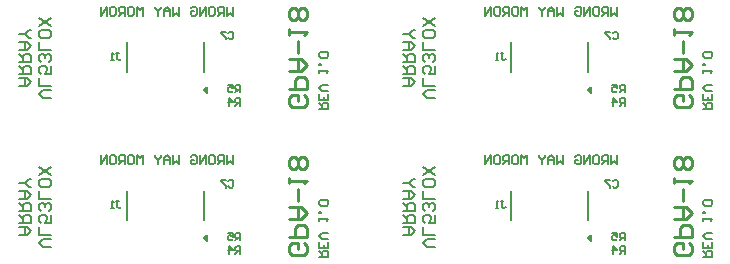
<source format=gbo>
G04 Layer_Color=32896*
%FSAX24Y24*%
%MOIN*%
G70*
G01*
G75*
%ADD21C,0.0100*%
%ADD22C,0.0080*%
%ADD34C,0.0079*%
%ADD35C,0.0050*%
D21*
X023539Y013695D02*
X023639Y013595D01*
Y013395D01*
X023539Y013295D01*
X023139D01*
X023039Y013395D01*
Y013595D01*
X023139Y013695D01*
X023339D01*
Y013495D01*
X023039Y013895D02*
X023639D01*
Y014195D01*
X023539Y014295D01*
X023339D01*
X023239Y014195D01*
Y013895D01*
X023039Y014495D02*
X023439D01*
X023639Y014695D01*
X023439Y014895D01*
X023039D01*
X023339D01*
Y014495D01*
Y015095D02*
Y015495D01*
X023039Y015695D02*
Y015894D01*
Y015794D01*
X023639D01*
X023539Y015695D01*
Y016194D02*
X023639Y016294D01*
Y016494D01*
X023539Y016594D01*
X023439D01*
X023339Y016494D01*
X023239Y016594D01*
X023139D01*
X023039Y016494D01*
Y016294D01*
X023139Y016194D01*
X023239D01*
X023339Y016294D01*
X023439Y016194D01*
X023539D01*
X023339Y016294D02*
Y016494D01*
X036350Y013695D02*
X036450Y013595D01*
Y013395D01*
X036350Y013295D01*
X035950D01*
X035850Y013395D01*
Y013595D01*
X035950Y013695D01*
X036150D01*
Y013495D01*
X035850Y013895D02*
X036450D01*
Y014195D01*
X036350Y014295D01*
X036150D01*
X036050Y014195D01*
Y013895D01*
X035850Y014495D02*
X036250D01*
X036450Y014695D01*
X036250Y014895D01*
X035850D01*
X036150D01*
Y014495D01*
Y015095D02*
Y015495D01*
X035850Y015695D02*
Y015894D01*
Y015794D01*
X036450D01*
X036350Y015695D01*
Y016194D02*
X036450Y016294D01*
Y016494D01*
X036350Y016594D01*
X036250D01*
X036150Y016494D01*
X036050Y016594D01*
X035950D01*
X035850Y016494D01*
Y016294D01*
X035950Y016194D01*
X036050D01*
X036150Y016294D01*
X036250Y016194D01*
X036350D01*
X036150Y016294D02*
Y016494D01*
X023539Y018632D02*
X023639Y018532D01*
Y018332D01*
X023539Y018232D01*
X023139D01*
X023039Y018332D01*
Y018532D01*
X023139Y018632D01*
X023339D01*
Y018432D01*
X023039Y018832D02*
X023639D01*
Y019132D01*
X023539Y019232D01*
X023339D01*
X023239Y019132D01*
Y018832D01*
X023039Y019432D02*
X023439D01*
X023639Y019632D01*
X023439Y019832D01*
X023039D01*
X023339D01*
Y019432D01*
Y020032D02*
Y020432D01*
X023039Y020632D02*
Y020831D01*
Y020731D01*
X023639D01*
X023539Y020632D01*
Y021131D02*
X023639Y021231D01*
Y021431D01*
X023539Y021531D01*
X023439D01*
X023339Y021431D01*
X023239Y021531D01*
X023139D01*
X023039Y021431D01*
Y021231D01*
X023139Y021131D01*
X023239D01*
X023339Y021231D01*
X023439Y021131D01*
X023539D01*
X023339Y021231D02*
Y021431D01*
X036350Y018632D02*
X036450Y018532D01*
Y018332D01*
X036350Y018232D01*
X035950D01*
X035850Y018332D01*
Y018532D01*
X035950Y018632D01*
X036150D01*
Y018432D01*
X035850Y018832D02*
X036450D01*
Y019132D01*
X036350Y019232D01*
X036150D01*
X036050Y019132D01*
Y018832D01*
X035850Y019432D02*
X036250D01*
X036450Y019632D01*
X036250Y019832D01*
X035850D01*
X036150D01*
Y019432D01*
Y020032D02*
Y020432D01*
X035850Y020632D02*
Y020831D01*
Y020731D01*
X036450D01*
X036350Y020632D01*
Y021131D02*
X036450Y021231D01*
Y021431D01*
X036350Y021531D01*
X036250D01*
X036150Y021431D01*
X036050Y021531D01*
X035950D01*
X035850Y021431D01*
Y021231D01*
X035950Y021131D01*
X036050D01*
X036150Y021231D01*
X036250Y021131D01*
X036350D01*
X036150Y021231D02*
Y021431D01*
D22*
X015082Y013592D02*
X014815D01*
X014682Y013725D01*
X014815Y013859D01*
X015082D01*
Y013992D02*
X014682D01*
Y014259D01*
X015082Y014658D02*
Y014392D01*
X014882D01*
X014948Y014525D01*
Y014592D01*
X014882Y014658D01*
X014748D01*
X014682Y014592D01*
Y014459D01*
X014748Y014392D01*
X015015Y014792D02*
X015082Y014858D01*
Y014992D01*
X015015Y015058D01*
X014948D01*
X014882Y014992D01*
Y014925D01*
Y014992D01*
X014815Y015058D01*
X014748D01*
X014682Y014992D01*
Y014858D01*
X014748Y014792D01*
X015082Y015192D02*
X014682D01*
Y015458D01*
X015015Y015591D02*
X015082Y015658D01*
Y015791D01*
X015015Y015858D01*
X014748D01*
X014682Y015791D01*
Y015658D01*
X014748Y015591D01*
X015015D01*
X015082Y015991D02*
X014682Y016258D01*
X015082D02*
X014682Y015991D01*
X014010Y013992D02*
X014276D01*
X014410Y014125D01*
X014276Y014259D01*
X014010D01*
X014210D01*
Y013992D01*
X014010Y014392D02*
X014410D01*
Y014592D01*
X014343Y014658D01*
X014210D01*
X014143Y014592D01*
Y014392D01*
Y014525D02*
X014010Y014658D01*
Y014792D02*
X014410D01*
Y014992D01*
X014343Y015058D01*
X014210D01*
X014143Y014992D01*
Y014792D01*
Y014925D02*
X014010Y015058D01*
Y015192D02*
X014276D01*
X014410Y015325D01*
X014276Y015458D01*
X014010D01*
X014210D01*
Y015192D01*
X014410Y015591D02*
X014343D01*
X014210Y015725D01*
X014343Y015858D01*
X014410D01*
X014210Y015725D02*
X014010D01*
X027893Y013592D02*
X027626D01*
X027493Y013725D01*
X027626Y013859D01*
X027893D01*
Y013992D02*
X027493D01*
Y014259D01*
X027893Y014658D02*
Y014392D01*
X027693D01*
X027759Y014525D01*
Y014592D01*
X027693Y014658D01*
X027559D01*
X027493Y014592D01*
Y014459D01*
X027559Y014392D01*
X027826Y014792D02*
X027893Y014858D01*
Y014992D01*
X027826Y015058D01*
X027759D01*
X027693Y014992D01*
Y014925D01*
Y014992D01*
X027626Y015058D01*
X027559D01*
X027493Y014992D01*
Y014858D01*
X027559Y014792D01*
X027893Y015192D02*
X027493D01*
Y015458D01*
X027826Y015591D02*
X027893Y015658D01*
Y015791D01*
X027826Y015858D01*
X027559D01*
X027493Y015791D01*
Y015658D01*
X027559Y015591D01*
X027826D01*
X027893Y015991D02*
X027493Y016258D01*
X027893D02*
X027493Y015991D01*
X026821Y013992D02*
X027087D01*
X027221Y014125D01*
X027087Y014259D01*
X026821D01*
X027021D01*
Y013992D01*
X026821Y014392D02*
X027221D01*
Y014592D01*
X027154Y014658D01*
X027021D01*
X026954Y014592D01*
Y014392D01*
Y014525D02*
X026821Y014658D01*
Y014792D02*
X027221D01*
Y014992D01*
X027154Y015058D01*
X027021D01*
X026954Y014992D01*
Y014792D01*
Y014925D02*
X026821Y015058D01*
Y015192D02*
X027087D01*
X027221Y015325D01*
X027087Y015458D01*
X026821D01*
X027021D01*
Y015192D01*
X027221Y015591D02*
X027154D01*
X027021Y015725D01*
X027154Y015858D01*
X027221D01*
X027021Y015725D02*
X026821D01*
X015082Y018529D02*
X014815D01*
X014682Y018662D01*
X014815Y018796D01*
X015082D01*
Y018929D02*
X014682D01*
Y019196D01*
X015082Y019595D02*
Y019329D01*
X014882D01*
X014948Y019462D01*
Y019529D01*
X014882Y019595D01*
X014748D01*
X014682Y019529D01*
Y019396D01*
X014748Y019329D01*
X015015Y019729D02*
X015082Y019795D01*
Y019929D01*
X015015Y019995D01*
X014948D01*
X014882Y019929D01*
Y019862D01*
Y019929D01*
X014815Y019995D01*
X014748D01*
X014682Y019929D01*
Y019795D01*
X014748Y019729D01*
X015082Y020129D02*
X014682D01*
Y020395D01*
X015015Y020529D02*
X015082Y020595D01*
Y020728D01*
X015015Y020795D01*
X014748D01*
X014682Y020728D01*
Y020595D01*
X014748Y020529D01*
X015015D01*
X015082Y020928D02*
X014682Y021195D01*
X015082D02*
X014682Y020928D01*
X014010Y018929D02*
X014276D01*
X014410Y019062D01*
X014276Y019196D01*
X014010D01*
X014210D01*
Y018929D01*
X014010Y019329D02*
X014410D01*
Y019529D01*
X014343Y019595D01*
X014210D01*
X014143Y019529D01*
Y019329D01*
Y019462D02*
X014010Y019595D01*
Y019729D02*
X014410D01*
Y019929D01*
X014343Y019995D01*
X014210D01*
X014143Y019929D01*
Y019729D01*
Y019862D02*
X014010Y019995D01*
Y020129D02*
X014276D01*
X014410Y020262D01*
X014276Y020395D01*
X014010D01*
X014210D01*
Y020129D01*
X014410Y020529D02*
X014343D01*
X014210Y020662D01*
X014343Y020795D01*
X014410D01*
X014210Y020662D02*
X014010D01*
X027893Y018529D02*
X027626D01*
X027493Y018662D01*
X027626Y018796D01*
X027893D01*
Y018929D02*
X027493D01*
Y019196D01*
X027893Y019595D02*
Y019329D01*
X027693D01*
X027759Y019462D01*
Y019529D01*
X027693Y019595D01*
X027559D01*
X027493Y019529D01*
Y019396D01*
X027559Y019329D01*
X027826Y019729D02*
X027893Y019795D01*
Y019929D01*
X027826Y019995D01*
X027759D01*
X027693Y019929D01*
Y019862D01*
Y019929D01*
X027626Y019995D01*
X027559D01*
X027493Y019929D01*
Y019795D01*
X027559Y019729D01*
X027893Y020129D02*
X027493D01*
Y020395D01*
X027826Y020529D02*
X027893Y020595D01*
Y020728D01*
X027826Y020795D01*
X027559D01*
X027493Y020728D01*
Y020595D01*
X027559Y020529D01*
X027826D01*
X027893Y020928D02*
X027493Y021195D01*
X027893D02*
X027493Y020928D01*
X026821Y018929D02*
X027087D01*
X027221Y019062D01*
X027087Y019196D01*
X026821D01*
X027021D01*
Y018929D01*
X026821Y019329D02*
X027221D01*
Y019529D01*
X027154Y019595D01*
X027021D01*
X026954Y019529D01*
Y019329D01*
Y019462D02*
X026821Y019595D01*
Y019729D02*
X027221D01*
Y019929D01*
X027154Y019995D01*
X027021D01*
X026954Y019929D01*
Y019729D01*
Y019862D02*
X026821Y019995D01*
Y020129D02*
X027087D01*
X027221Y020262D01*
X027087Y020395D01*
X026821D01*
X027021D01*
Y020129D01*
X027221Y020529D02*
X027154D01*
X027021Y020662D01*
X027154Y020795D01*
X027221D01*
X027021Y020662D02*
X026821D01*
D34*
X020185Y013886D02*
X020283Y013984D01*
X020185Y013886D02*
X020283Y013787D01*
Y013984D01*
X017626Y014476D02*
Y015461D01*
X020185Y014476D02*
Y015461D01*
X032996Y013886D02*
X033094Y013984D01*
X032996Y013886D02*
X033094Y013787D01*
Y013984D01*
X030437Y014476D02*
Y015461D01*
X032996Y014476D02*
Y015461D01*
X020185Y018823D02*
X020283Y018921D01*
X020185Y018823D02*
X020283Y018724D01*
Y018921D01*
X017626Y019413D02*
Y020398D01*
X020185Y019413D02*
Y020398D01*
X032996Y018823D02*
X033094Y018921D01*
X032996Y018823D02*
X033094Y018724D01*
Y018921D01*
X030437Y019413D02*
Y020398D01*
X032996Y019413D02*
Y020398D01*
D35*
X024024Y013246D02*
X024324D01*
Y013396D01*
X024274Y013446D01*
X024174D01*
X024124Y013396D01*
Y013246D01*
Y013346D02*
X024024Y013446D01*
X024324Y013746D02*
Y013546D01*
X024024D01*
Y013746D01*
X024174Y013546D02*
Y013646D01*
X024324Y013846D02*
X024124D01*
X024024Y013946D01*
X024124Y014046D01*
X024324D01*
X024024Y014446D02*
Y014546D01*
Y014496D01*
X024324D01*
X024274Y014446D01*
X024024Y014696D02*
X024074D01*
Y014746D01*
X024024D01*
Y014696D01*
X024274Y014946D02*
X024324Y014995D01*
Y015095D01*
X024274Y015145D01*
X024074D01*
X024024Y015095D01*
Y014995D01*
X024074Y014946D01*
X024274D01*
X021148Y016644D02*
Y016344D01*
X021048Y016444D01*
X020948Y016344D01*
Y016644D01*
X020848Y016344D02*
Y016644D01*
X020698D01*
X020648Y016594D01*
Y016494D01*
X020698Y016444D01*
X020848D01*
X020748D02*
X020648Y016344D01*
X020398Y016644D02*
X020498D01*
X020548Y016594D01*
Y016394D01*
X020498Y016344D01*
X020398D01*
X020348Y016394D01*
Y016594D01*
X020398Y016644D01*
X020248Y016344D02*
Y016644D01*
X020048Y016344D01*
Y016644D01*
X019748Y016594D02*
X019798Y016644D01*
X019898D01*
X019948Y016594D01*
Y016394D01*
X019898Y016344D01*
X019798D01*
X019748Y016394D01*
Y016494D01*
X019848D01*
X019348Y016644D02*
Y016344D01*
X019248Y016444D01*
X019148Y016344D01*
Y016644D01*
X019048Y016344D02*
Y016544D01*
X018948Y016644D01*
X018848Y016544D01*
Y016344D01*
Y016494D01*
X019048D01*
X018748Y016644D02*
Y016594D01*
X018648Y016494D01*
X018548Y016594D01*
Y016644D01*
X018648Y016494D02*
Y016344D01*
X018149D02*
Y016644D01*
X018049Y016544D01*
X017949Y016644D01*
Y016344D01*
X017699Y016644D02*
X017799D01*
X017849Y016594D01*
Y016394D01*
X017799Y016344D01*
X017699D01*
X017649Y016394D01*
Y016594D01*
X017699Y016644D01*
X017549Y016344D02*
Y016644D01*
X017399D01*
X017349Y016594D01*
Y016494D01*
X017399Y016444D01*
X017549D01*
X017449D02*
X017349Y016344D01*
X017099Y016644D02*
X017199D01*
X017249Y016594D01*
Y016394D01*
X017199Y016344D01*
X017099D01*
X017049Y016394D01*
Y016594D01*
X017099Y016644D01*
X016949Y016344D02*
Y016644D01*
X016749Y016344D01*
Y016644D01*
X021003Y015767D02*
X021044Y015809D01*
X021128D01*
X021169Y015767D01*
Y015601D01*
X021128Y015559D01*
X021044D01*
X021003Y015601D01*
X020919Y015809D02*
X020753D01*
Y015767D01*
X020919Y015601D01*
Y015559D01*
X017263Y015120D02*
X017346D01*
X017304D01*
Y014912D01*
X017346Y014870D01*
X017387D01*
X017429Y014912D01*
X017179Y014870D02*
X017096D01*
X017138D01*
Y015120D01*
X017179Y015078D01*
X021400Y013350D02*
Y013600D01*
X021275D01*
X021233Y013558D01*
Y013475D01*
X021275Y013433D01*
X021400D01*
X021317D02*
X021233Y013350D01*
X021025D02*
Y013600D01*
X021150Y013475D01*
X020983D01*
X021400Y013800D02*
Y014050D01*
X021275D01*
X021233Y014008D01*
Y013925D01*
X021275Y013883D01*
X021400D01*
X021317D02*
X021233Y013800D01*
X020983Y014050D02*
X021150D01*
Y013925D01*
X021067Y013967D01*
X021025D01*
X020983Y013925D01*
Y013842D01*
X021025Y013800D01*
X021108D01*
X021150Y013842D01*
X036835Y013246D02*
X037135D01*
Y013396D01*
X037085Y013446D01*
X036985D01*
X036935Y013396D01*
Y013246D01*
Y013346D02*
X036835Y013446D01*
X037135Y013746D02*
Y013546D01*
X036835D01*
Y013746D01*
X036985Y013546D02*
Y013646D01*
X037135Y013846D02*
X036935D01*
X036835Y013946D01*
X036935Y014046D01*
X037135D01*
X036835Y014446D02*
Y014546D01*
Y014496D01*
X037135D01*
X037085Y014446D01*
X036835Y014696D02*
X036885D01*
Y014746D01*
X036835D01*
Y014696D01*
X037085Y014946D02*
X037135Y014995D01*
Y015095D01*
X037085Y015145D01*
X036885D01*
X036835Y015095D01*
Y014995D01*
X036885Y014946D01*
X037085D01*
X033959Y016644D02*
Y016344D01*
X033859Y016444D01*
X033759Y016344D01*
Y016644D01*
X033659Y016344D02*
Y016644D01*
X033509D01*
X033459Y016594D01*
Y016494D01*
X033509Y016444D01*
X033659D01*
X033559D02*
X033459Y016344D01*
X033209Y016644D02*
X033309D01*
X033359Y016594D01*
Y016394D01*
X033309Y016344D01*
X033209D01*
X033159Y016394D01*
Y016594D01*
X033209Y016644D01*
X033059Y016344D02*
Y016644D01*
X032859Y016344D01*
Y016644D01*
X032559Y016594D02*
X032609Y016644D01*
X032709D01*
X032759Y016594D01*
Y016394D01*
X032709Y016344D01*
X032609D01*
X032559Y016394D01*
Y016494D01*
X032659D01*
X032159Y016644D02*
Y016344D01*
X032059Y016444D01*
X031959Y016344D01*
Y016644D01*
X031859Y016344D02*
Y016544D01*
X031759Y016644D01*
X031659Y016544D01*
Y016344D01*
Y016494D01*
X031859D01*
X031559Y016644D02*
Y016594D01*
X031459Y016494D01*
X031359Y016594D01*
Y016644D01*
X031459Y016494D02*
Y016344D01*
X030960D02*
Y016644D01*
X030860Y016544D01*
X030760Y016644D01*
Y016344D01*
X030510Y016644D02*
X030610D01*
X030660Y016594D01*
Y016394D01*
X030610Y016344D01*
X030510D01*
X030460Y016394D01*
Y016594D01*
X030510Y016644D01*
X030360Y016344D02*
Y016644D01*
X030210D01*
X030160Y016594D01*
Y016494D01*
X030210Y016444D01*
X030360D01*
X030260D02*
X030160Y016344D01*
X029910Y016644D02*
X030010D01*
X030060Y016594D01*
Y016394D01*
X030010Y016344D01*
X029910D01*
X029860Y016394D01*
Y016594D01*
X029910Y016644D01*
X029760Y016344D02*
Y016644D01*
X029560Y016344D01*
Y016644D01*
X033814Y015767D02*
X033855Y015809D01*
X033939D01*
X033980Y015767D01*
Y015601D01*
X033939Y015559D01*
X033855D01*
X033814Y015601D01*
X033730Y015809D02*
X033564D01*
Y015767D01*
X033730Y015601D01*
Y015559D01*
X030074Y015120D02*
X030157D01*
X030115D01*
Y014912D01*
X030157Y014870D01*
X030199D01*
X030240Y014912D01*
X029990Y014870D02*
X029907D01*
X029949D01*
Y015120D01*
X029990Y015078D01*
X034211Y013350D02*
Y013600D01*
X034086D01*
X034044Y013558D01*
Y013475D01*
X034086Y013433D01*
X034211D01*
X034128D02*
X034044Y013350D01*
X033836D02*
Y013600D01*
X033961Y013475D01*
X033795D01*
X034211Y013800D02*
Y014050D01*
X034086D01*
X034044Y014008D01*
Y013925D01*
X034086Y013883D01*
X034211D01*
X034128D02*
X034044Y013800D01*
X033795Y014050D02*
X033961D01*
Y013925D01*
X033878Y013967D01*
X033836D01*
X033795Y013925D01*
Y013842D01*
X033836Y013800D01*
X033919D01*
X033961Y013842D01*
X024024Y018183D02*
X024324D01*
Y018333D01*
X024274Y018383D01*
X024174D01*
X024124Y018333D01*
Y018183D01*
Y018283D02*
X024024Y018383D01*
X024324Y018683D02*
Y018483D01*
X024024D01*
Y018683D01*
X024174Y018483D02*
Y018583D01*
X024324Y018783D02*
X024124D01*
X024024Y018883D01*
X024124Y018983D01*
X024324D01*
X024024Y019383D02*
Y019483D01*
Y019433D01*
X024324D01*
X024274Y019383D01*
X024024Y019633D02*
X024074D01*
Y019683D01*
X024024D01*
Y019633D01*
X024274Y019883D02*
X024324Y019933D01*
Y020032D01*
X024274Y020082D01*
X024074D01*
X024024Y020032D01*
Y019933D01*
X024074Y019883D01*
X024274D01*
X021148Y021581D02*
Y021281D01*
X021048Y021381D01*
X020948Y021281D01*
Y021581D01*
X020848Y021281D02*
Y021581D01*
X020698D01*
X020648Y021531D01*
Y021431D01*
X020698Y021381D01*
X020848D01*
X020748D02*
X020648Y021281D01*
X020398Y021581D02*
X020498D01*
X020548Y021531D01*
Y021331D01*
X020498Y021281D01*
X020398D01*
X020348Y021331D01*
Y021531D01*
X020398Y021581D01*
X020248Y021281D02*
Y021581D01*
X020048Y021281D01*
Y021581D01*
X019748Y021531D02*
X019798Y021581D01*
X019898D01*
X019948Y021531D01*
Y021331D01*
X019898Y021281D01*
X019798D01*
X019748Y021331D01*
Y021431D01*
X019848D01*
X019348Y021581D02*
Y021281D01*
X019248Y021381D01*
X019148Y021281D01*
Y021581D01*
X019048Y021281D02*
Y021481D01*
X018948Y021581D01*
X018848Y021481D01*
Y021281D01*
Y021431D01*
X019048D01*
X018748Y021581D02*
Y021531D01*
X018648Y021431D01*
X018548Y021531D01*
Y021581D01*
X018648Y021431D02*
Y021281D01*
X018149D02*
Y021581D01*
X018049Y021481D01*
X017949Y021581D01*
Y021281D01*
X017699Y021581D02*
X017799D01*
X017849Y021531D01*
Y021331D01*
X017799Y021281D01*
X017699D01*
X017649Y021331D01*
Y021531D01*
X017699Y021581D01*
X017549Y021281D02*
Y021581D01*
X017399D01*
X017349Y021531D01*
Y021431D01*
X017399Y021381D01*
X017549D01*
X017449D02*
X017349Y021281D01*
X017099Y021581D02*
X017199D01*
X017249Y021531D01*
Y021331D01*
X017199Y021281D01*
X017099D01*
X017049Y021331D01*
Y021531D01*
X017099Y021581D01*
X016949Y021281D02*
Y021581D01*
X016749Y021281D01*
Y021581D01*
X021003Y020704D02*
X021044Y020746D01*
X021128D01*
X021169Y020704D01*
Y020538D01*
X021128Y020496D01*
X021044D01*
X021003Y020538D01*
X020919Y020746D02*
X020753D01*
Y020704D01*
X020919Y020538D01*
Y020496D01*
X017263Y020057D02*
X017346D01*
X017304D01*
Y019849D01*
X017346Y019807D01*
X017387D01*
X017429Y019849D01*
X017179Y019807D02*
X017096D01*
X017138D01*
Y020057D01*
X017179Y020015D01*
X021400Y018287D02*
Y018537D01*
X021275D01*
X021233Y018495D01*
Y018412D01*
X021275Y018370D01*
X021400D01*
X021317D02*
X021233Y018287D01*
X021025D02*
Y018537D01*
X021150Y018412D01*
X020983D01*
X021400Y018737D02*
Y018987D01*
X021275D01*
X021233Y018945D01*
Y018862D01*
X021275Y018820D01*
X021400D01*
X021317D02*
X021233Y018737D01*
X020983Y018987D02*
X021150D01*
Y018862D01*
X021067Y018904D01*
X021025D01*
X020983Y018862D01*
Y018779D01*
X021025Y018737D01*
X021108D01*
X021150Y018779D01*
X036835Y018183D02*
X037135D01*
Y018333D01*
X037085Y018383D01*
X036985D01*
X036935Y018333D01*
Y018183D01*
Y018283D02*
X036835Y018383D01*
X037135Y018683D02*
Y018483D01*
X036835D01*
Y018683D01*
X036985Y018483D02*
Y018583D01*
X037135Y018783D02*
X036935D01*
X036835Y018883D01*
X036935Y018983D01*
X037135D01*
X036835Y019383D02*
Y019483D01*
Y019433D01*
X037135D01*
X037085Y019383D01*
X036835Y019633D02*
X036885D01*
Y019683D01*
X036835D01*
Y019633D01*
X037085Y019883D02*
X037135Y019933D01*
Y020032D01*
X037085Y020082D01*
X036885D01*
X036835Y020032D01*
Y019933D01*
X036885Y019883D01*
X037085D01*
X033959Y021581D02*
Y021281D01*
X033859Y021381D01*
X033759Y021281D01*
Y021581D01*
X033659Y021281D02*
Y021581D01*
X033509D01*
X033459Y021531D01*
Y021431D01*
X033509Y021381D01*
X033659D01*
X033559D02*
X033459Y021281D01*
X033209Y021581D02*
X033309D01*
X033359Y021531D01*
Y021331D01*
X033309Y021281D01*
X033209D01*
X033159Y021331D01*
Y021531D01*
X033209Y021581D01*
X033059Y021281D02*
Y021581D01*
X032859Y021281D01*
Y021581D01*
X032559Y021531D02*
X032609Y021581D01*
X032709D01*
X032759Y021531D01*
Y021331D01*
X032709Y021281D01*
X032609D01*
X032559Y021331D01*
Y021431D01*
X032659D01*
X032159Y021581D02*
Y021281D01*
X032059Y021381D01*
X031959Y021281D01*
Y021581D01*
X031859Y021281D02*
Y021481D01*
X031759Y021581D01*
X031659Y021481D01*
Y021281D01*
Y021431D01*
X031859D01*
X031559Y021581D02*
Y021531D01*
X031459Y021431D01*
X031359Y021531D01*
Y021581D01*
X031459Y021431D02*
Y021281D01*
X030960D02*
Y021581D01*
X030860Y021481D01*
X030760Y021581D01*
Y021281D01*
X030510Y021581D02*
X030610D01*
X030660Y021531D01*
Y021331D01*
X030610Y021281D01*
X030510D01*
X030460Y021331D01*
Y021531D01*
X030510Y021581D01*
X030360Y021281D02*
Y021581D01*
X030210D01*
X030160Y021531D01*
Y021431D01*
X030210Y021381D01*
X030360D01*
X030260D02*
X030160Y021281D01*
X029910Y021581D02*
X030010D01*
X030060Y021531D01*
Y021331D01*
X030010Y021281D01*
X029910D01*
X029860Y021331D01*
Y021531D01*
X029910Y021581D01*
X029760Y021281D02*
Y021581D01*
X029560Y021281D01*
Y021581D01*
X033814Y020704D02*
X033855Y020746D01*
X033939D01*
X033980Y020704D01*
Y020538D01*
X033939Y020496D01*
X033855D01*
X033814Y020538D01*
X033730Y020746D02*
X033564D01*
Y020704D01*
X033730Y020538D01*
Y020496D01*
X030074Y020057D02*
X030157D01*
X030115D01*
Y019849D01*
X030157Y019807D01*
X030199D01*
X030240Y019849D01*
X029990Y019807D02*
X029907D01*
X029949D01*
Y020057D01*
X029990Y020015D01*
X034211Y018287D02*
Y018537D01*
X034086D01*
X034044Y018495D01*
Y018412D01*
X034086Y018370D01*
X034211D01*
X034128D02*
X034044Y018287D01*
X033836D02*
Y018537D01*
X033961Y018412D01*
X033795D01*
X034211Y018737D02*
Y018987D01*
X034086D01*
X034044Y018945D01*
Y018862D01*
X034086Y018820D01*
X034211D01*
X034128D02*
X034044Y018737D01*
X033795Y018987D02*
X033961D01*
Y018862D01*
X033878Y018904D01*
X033836D01*
X033795Y018862D01*
Y018779D01*
X033836Y018737D01*
X033919D01*
X033961Y018779D01*
M02*

</source>
